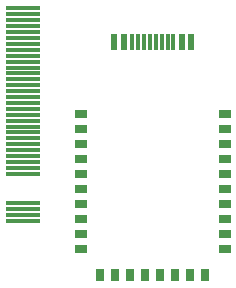
<source format=gbr>
%TF.GenerationSoftware,KiCad,Pcbnew,(5.1.8-0-10_14)*%
%TF.CreationDate,2020-11-21T07:35:44-07:00*%
%TF.ProjectId,Ellow,456c6c6f-772e-46b6-9963-61645f706362,rev?*%
%TF.SameCoordinates,Original*%
%TF.FileFunction,Paste,Top*%
%TF.FilePolarity,Positive*%
%FSLAX46Y46*%
G04 Gerber Fmt 4.6, Leading zero omitted, Abs format (unit mm)*
G04 Created by KiCad (PCBNEW (5.1.8-0-10_14)) date 2020-11-21 07:35:44*
%MOMM*%
%LPD*%
G01*
G04 APERTURE LIST*
%ADD10R,3.000000X0.330000*%
%ADD11R,1.000000X0.650000*%
%ADD12R,0.650000X1.000000*%
%ADD13R,0.600000X1.450000*%
%ADD14R,0.300000X1.450000*%
G04 APERTURE END LIST*
D10*
%TO.C,J4*%
X226531102Y-93874757D03*
X226531102Y-94374757D03*
X226531102Y-94874757D03*
X226531102Y-95374757D03*
X226531102Y-95874757D03*
X226531102Y-96374757D03*
X226531102Y-96874757D03*
X226531102Y-97374757D03*
X226531102Y-97874757D03*
X226531102Y-98374757D03*
X226531102Y-98874757D03*
X226531102Y-99374757D03*
X226531102Y-99874757D03*
X226531102Y-100374757D03*
X226531102Y-100874757D03*
X226531102Y-101374757D03*
X226531102Y-101874757D03*
X226531102Y-102374757D03*
X226531102Y-102874757D03*
X226531102Y-103374757D03*
X226531102Y-103874757D03*
X226531102Y-104374757D03*
X226531102Y-104874757D03*
X226531102Y-105374757D03*
X226531102Y-105874757D03*
X226531102Y-106374757D03*
X226531102Y-106874757D03*
X226531102Y-107374757D03*
X226531102Y-107874757D03*
X226531102Y-110374757D03*
X226531102Y-110874757D03*
X226531102Y-111374757D03*
X226531102Y-111874757D03*
%TD*%
D11*
%TO.C,U2*%
X231371000Y-114240000D03*
X231371000Y-112970000D03*
X231371000Y-111700000D03*
X231371000Y-110430000D03*
X231371000Y-109160000D03*
X231371000Y-107890000D03*
X231371000Y-106620000D03*
X231371000Y-105350000D03*
X231371000Y-104080000D03*
X231371000Y-102810000D03*
X243609000Y-110430000D03*
X243609000Y-102810000D03*
X243609000Y-109160000D03*
X243609000Y-104080000D03*
X243609000Y-105350000D03*
X243609000Y-106620000D03*
X243609000Y-111700000D03*
X243609000Y-107890000D03*
X243609000Y-112970000D03*
X243609000Y-114240000D03*
D12*
X240640000Y-116459000D03*
X233020000Y-116459000D03*
X239370000Y-116459000D03*
X234290000Y-116459000D03*
X235560000Y-116459000D03*
X236830000Y-116459000D03*
X241910000Y-116459000D03*
X238100000Y-116459000D03*
%TD*%
D13*
%TO.C,J1*%
X234240000Y-96755000D03*
X235040000Y-96755000D03*
X239940000Y-96755000D03*
X240740000Y-96755000D03*
X240740000Y-96755000D03*
X239940000Y-96755000D03*
X235040000Y-96755000D03*
X234240000Y-96755000D03*
D14*
X239240000Y-96755000D03*
X238740000Y-96755000D03*
X238240000Y-96755000D03*
X237240000Y-96755000D03*
X236740000Y-96755000D03*
X236240000Y-96755000D03*
X235740000Y-96755000D03*
X237740000Y-96755000D03*
%TD*%
M02*

</source>
